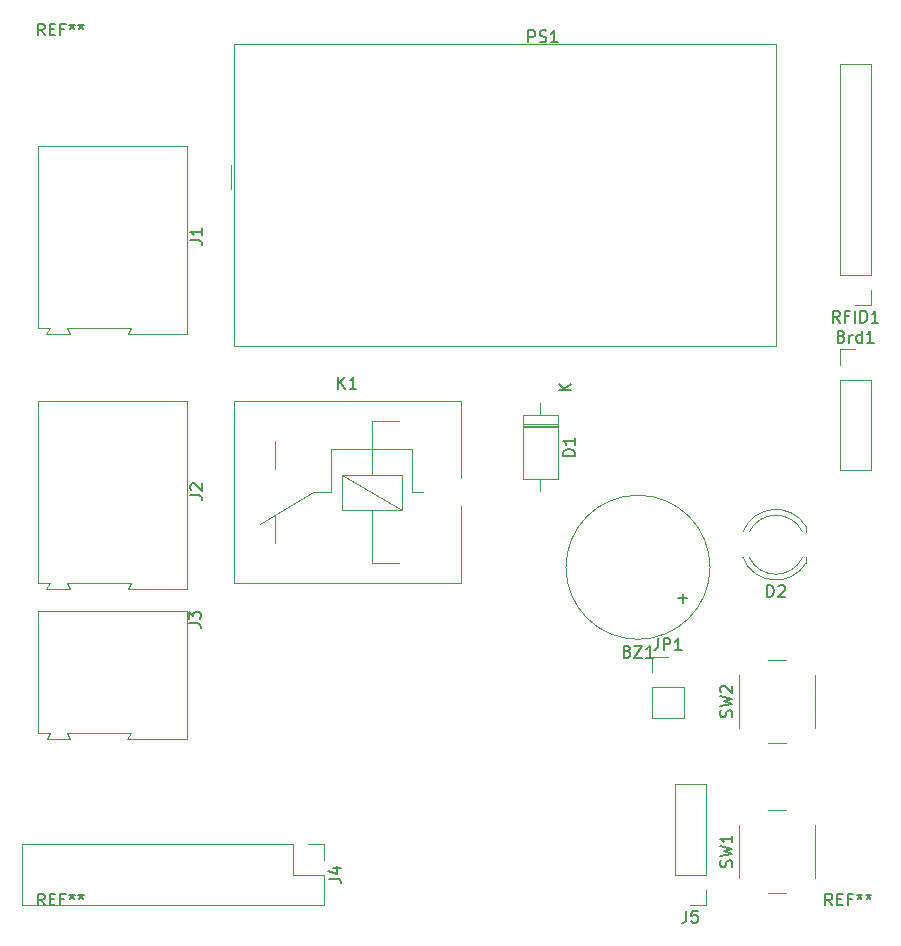
<source format=gbr>
%TF.GenerationSoftware,KiCad,Pcbnew,5.99.0+really5.1.9+dfsg1-1*%
%TF.CreationDate,2021-04-26T13:39:29+03:00*%
%TF.ProjectId,accessController,61636365-7373-4436-9f6e-74726f6c6c65,rev?*%
%TF.SameCoordinates,Original*%
%TF.FileFunction,Legend,Top*%
%TF.FilePolarity,Positive*%
%FSLAX46Y46*%
G04 Gerber Fmt 4.6, Leading zero omitted, Abs format (unit mm)*
G04 Created by KiCad (PCBNEW 5.99.0+really5.1.9+dfsg1-1) date 2021-04-26 13:39:29*
%MOMM*%
%LPD*%
G01*
G04 APERTURE LIST*
%ADD10C,0.120000*%
%ADD11C,0.150000*%
G04 APERTURE END LIST*
D10*
%TO.C,BZ1*%
X140730000Y-91440000D02*
G75*
G03*
X140730000Y-91440000I-6100000J0D01*
G01*
%TO.C,D1*%
X127835000Y-79340000D02*
X124895000Y-79340000D01*
X127835000Y-79580000D02*
X124895000Y-79580000D01*
X127835000Y-79460000D02*
X124895000Y-79460000D01*
X126365000Y-85020000D02*
X126365000Y-84000000D01*
X126365000Y-77540000D02*
X126365000Y-78560000D01*
X127835000Y-84000000D02*
X127835000Y-78560000D01*
X124895000Y-84000000D02*
X127835000Y-84000000D01*
X124895000Y-78560000D02*
X124895000Y-84000000D01*
X127835000Y-78560000D02*
X124895000Y-78560000D01*
%TO.C,D2*%
X148864000Y-88455000D02*
X148864000Y-87990000D01*
X148864000Y-91080000D02*
X148864000Y-90615000D01*
X143516185Y-90615827D02*
G75*
G03*
X148864000Y-91079830I2787815J1080827D01*
G01*
X143516185Y-88454173D02*
G75*
G02*
X148864000Y-87990170I2787815J-1080827D01*
G01*
X144049521Y-90615429D02*
G75*
G03*
X148558684Y-90615000I2254479J1080429D01*
G01*
X144049521Y-88454571D02*
G75*
G02*
X148558684Y-88455000I2254479J-1080429D01*
G01*
%TO.C,J1*%
X96470000Y-71670000D02*
X96470000Y-55770000D01*
X91420000Y-71670000D02*
X96470000Y-71670000D01*
X91670000Y-71170000D02*
X91420000Y-71670000D01*
X86270000Y-71170000D02*
X91670000Y-71170000D01*
X86520000Y-71670000D02*
X86270000Y-71170000D01*
X84520000Y-71670000D02*
X86520000Y-71670000D01*
X84820000Y-71170000D02*
X84520000Y-71670000D01*
X83870000Y-71170000D02*
X84820000Y-71170000D01*
X83870000Y-55770000D02*
X83870000Y-71170000D01*
X96470000Y-55770000D02*
X83870000Y-55770000D01*
%TO.C,J2*%
X96470000Y-77360000D02*
X83870000Y-77360000D01*
X83870000Y-77360000D02*
X83870000Y-92760000D01*
X83870000Y-92760000D02*
X84820000Y-92760000D01*
X84820000Y-92760000D02*
X84520000Y-93260000D01*
X84520000Y-93260000D02*
X86520000Y-93260000D01*
X86520000Y-93260000D02*
X86270000Y-92760000D01*
X86270000Y-92760000D02*
X91670000Y-92760000D01*
X91670000Y-92760000D02*
X91420000Y-93260000D01*
X91420000Y-93260000D02*
X96470000Y-93260000D01*
X96470000Y-93260000D02*
X96470000Y-77360000D01*
%TO.C,J3*%
X96470000Y-105990000D02*
X96470000Y-95140000D01*
X91370000Y-105990000D02*
X96470000Y-105990000D01*
X91670000Y-105490000D02*
X91370000Y-105990000D01*
X86270000Y-105490000D02*
X91670000Y-105490000D01*
X86520000Y-105990000D02*
X86270000Y-105490000D01*
X86470000Y-105990000D02*
X86520000Y-105990000D01*
X84570000Y-105990000D02*
X86470000Y-105990000D01*
X84820000Y-105490000D02*
X84570000Y-105990000D01*
X83870000Y-105490000D02*
X84820000Y-105490000D01*
X83870000Y-95140000D02*
X83870000Y-105490000D01*
X96470000Y-95140000D02*
X83870000Y-95140000D01*
%TO.C,PS1*%
X100440000Y-47120000D02*
X100440000Y-72720000D01*
X100440000Y-72720000D02*
X146340000Y-72720000D01*
X100440000Y-47120000D02*
X146340000Y-47120000D01*
X146340000Y-47120000D02*
X146340000Y-72720000D01*
X100140000Y-57420000D02*
X100140000Y-59420000D01*
%TO.C,SW1*%
X149645000Y-117745000D02*
X149645000Y-113245000D01*
X145645000Y-118995000D02*
X147145000Y-118995000D01*
X143145000Y-113245000D02*
X143145000Y-117745000D01*
X147145000Y-111995000D02*
X145645000Y-111995000D01*
%TO.C,SW2*%
X147145000Y-99295000D02*
X145645000Y-99295000D01*
X143145000Y-100545000D02*
X143145000Y-105045000D01*
X145645000Y-106295000D02*
X147145000Y-106295000D01*
X149645000Y-105045000D02*
X149645000Y-100545000D01*
%TO.C,K1*%
X119610000Y-83890000D02*
X119610000Y-77390000D01*
X119610000Y-92790000D02*
X119610000Y-86290000D01*
X119610000Y-92790000D02*
X100410000Y-92790000D01*
X100410000Y-92790000D02*
X100410000Y-77390000D01*
X100410000Y-77390000D02*
X119610000Y-77390000D01*
X103910000Y-80790000D02*
X103910000Y-83090000D01*
X103910000Y-89390000D02*
X103910000Y-87090000D01*
X114410000Y-79090000D02*
X112110000Y-79090000D01*
X115510000Y-85090000D02*
X116410000Y-85090000D01*
X112110000Y-91090000D02*
X114410000Y-91090000D01*
X108610000Y-85090000D02*
X107110000Y-85090000D01*
X107110000Y-85090000D02*
X102610000Y-87790000D01*
X108610000Y-81390000D02*
X115510000Y-81390000D01*
X108610000Y-85090000D02*
X108610000Y-81390000D01*
X115510000Y-85090000D02*
X115510000Y-81390000D01*
X112110000Y-91090000D02*
X112110000Y-86590000D01*
X112110000Y-83590000D02*
X112110000Y-79090000D01*
X109610000Y-83590000D02*
X114610000Y-86590000D01*
X114610000Y-83590000D02*
X114610000Y-86590000D01*
X114610000Y-86590000D02*
X109610000Y-86590000D01*
X109610000Y-86590000D02*
X109610000Y-83590000D01*
X109610000Y-83590000D02*
X114610000Y-83590000D01*
%TO.C,Brd1*%
X151705000Y-83245000D02*
X154365000Y-83245000D01*
X151705000Y-75565000D02*
X151705000Y-83245000D01*
X154365000Y-75565000D02*
X154365000Y-83245000D01*
X151705000Y-75565000D02*
X154365000Y-75565000D01*
X151705000Y-74295000D02*
X151705000Y-72965000D01*
X151705000Y-72965000D02*
X153035000Y-72965000D01*
%TO.C,J4*%
X82490000Y-114875000D02*
X82490000Y-120075000D01*
X105410000Y-114875000D02*
X82490000Y-114875000D01*
X108010000Y-120075000D02*
X82490000Y-120075000D01*
X105410000Y-114875000D02*
X105410000Y-117475000D01*
X105410000Y-117475000D02*
X108010000Y-117475000D01*
X108010000Y-117475000D02*
X108010000Y-120075000D01*
X106680000Y-114875000D02*
X108010000Y-114875000D01*
X108010000Y-114875000D02*
X108010000Y-116205000D01*
%TO.C,J5*%
X140395000Y-120075000D02*
X139065000Y-120075000D01*
X140395000Y-118745000D02*
X140395000Y-120075000D01*
X140395000Y-117475000D02*
X137735000Y-117475000D01*
X137735000Y-117475000D02*
X137735000Y-109795000D01*
X140395000Y-117475000D02*
X140395000Y-109795000D01*
X140395000Y-109795000D02*
X137735000Y-109795000D01*
%TO.C,JP1*%
X135830000Y-104200000D02*
X138490000Y-104200000D01*
X135830000Y-101600000D02*
X135830000Y-104200000D01*
X138490000Y-101600000D02*
X138490000Y-104200000D01*
X135830000Y-101600000D02*
X138490000Y-101600000D01*
X135830000Y-100330000D02*
X135830000Y-99000000D01*
X135830000Y-99000000D02*
X137160000Y-99000000D01*
%TO.C,RFID1*%
X154365000Y-48835000D02*
X151705000Y-48835000D01*
X154365000Y-66675000D02*
X154365000Y-48835000D01*
X151705000Y-66675000D02*
X151705000Y-48835000D01*
X154365000Y-66675000D02*
X151705000Y-66675000D01*
X154365000Y-67945000D02*
X154365000Y-69275000D01*
X154365000Y-69275000D02*
X153035000Y-69275000D01*
%TO.C,REF\u002A\u002A*%
D11*
X151066666Y-120077380D02*
X150733333Y-119601190D01*
X150495238Y-120077380D02*
X150495238Y-119077380D01*
X150876190Y-119077380D01*
X150971428Y-119125000D01*
X151019047Y-119172619D01*
X151066666Y-119267857D01*
X151066666Y-119410714D01*
X151019047Y-119505952D01*
X150971428Y-119553571D01*
X150876190Y-119601190D01*
X150495238Y-119601190D01*
X151495238Y-119553571D02*
X151828571Y-119553571D01*
X151971428Y-120077380D02*
X151495238Y-120077380D01*
X151495238Y-119077380D01*
X151971428Y-119077380D01*
X152733333Y-119553571D02*
X152400000Y-119553571D01*
X152400000Y-120077380D02*
X152400000Y-119077380D01*
X152876190Y-119077380D01*
X153400000Y-119077380D02*
X153400000Y-119315476D01*
X153161904Y-119220238D02*
X153400000Y-119315476D01*
X153638095Y-119220238D01*
X153257142Y-119505952D02*
X153400000Y-119315476D01*
X153542857Y-119505952D01*
X154161904Y-119077380D02*
X154161904Y-119315476D01*
X153923809Y-119220238D02*
X154161904Y-119315476D01*
X154400000Y-119220238D01*
X154019047Y-119505952D02*
X154161904Y-119315476D01*
X154304761Y-119505952D01*
X84391666Y-120077380D02*
X84058333Y-119601190D01*
X83820238Y-120077380D02*
X83820238Y-119077380D01*
X84201190Y-119077380D01*
X84296428Y-119125000D01*
X84344047Y-119172619D01*
X84391666Y-119267857D01*
X84391666Y-119410714D01*
X84344047Y-119505952D01*
X84296428Y-119553571D01*
X84201190Y-119601190D01*
X83820238Y-119601190D01*
X84820238Y-119553571D02*
X85153571Y-119553571D01*
X85296428Y-120077380D02*
X84820238Y-120077380D01*
X84820238Y-119077380D01*
X85296428Y-119077380D01*
X86058333Y-119553571D02*
X85725000Y-119553571D01*
X85725000Y-120077380D02*
X85725000Y-119077380D01*
X86201190Y-119077380D01*
X86725000Y-119077380D02*
X86725000Y-119315476D01*
X86486904Y-119220238D02*
X86725000Y-119315476D01*
X86963095Y-119220238D01*
X86582142Y-119505952D02*
X86725000Y-119315476D01*
X86867857Y-119505952D01*
X87486904Y-119077380D02*
X87486904Y-119315476D01*
X87248809Y-119220238D02*
X87486904Y-119315476D01*
X87725000Y-119220238D01*
X87344047Y-119505952D02*
X87486904Y-119315476D01*
X87629761Y-119505952D01*
X84391666Y-46417380D02*
X84058333Y-45941190D01*
X83820238Y-46417380D02*
X83820238Y-45417380D01*
X84201190Y-45417380D01*
X84296428Y-45465000D01*
X84344047Y-45512619D01*
X84391666Y-45607857D01*
X84391666Y-45750714D01*
X84344047Y-45845952D01*
X84296428Y-45893571D01*
X84201190Y-45941190D01*
X83820238Y-45941190D01*
X84820238Y-45893571D02*
X85153571Y-45893571D01*
X85296428Y-46417380D02*
X84820238Y-46417380D01*
X84820238Y-45417380D01*
X85296428Y-45417380D01*
X86058333Y-45893571D02*
X85725000Y-45893571D01*
X85725000Y-46417380D02*
X85725000Y-45417380D01*
X86201190Y-45417380D01*
X86725000Y-45417380D02*
X86725000Y-45655476D01*
X86486904Y-45560238D02*
X86725000Y-45655476D01*
X86963095Y-45560238D01*
X86582142Y-45845952D02*
X86725000Y-45655476D01*
X86867857Y-45845952D01*
X87486904Y-45417380D02*
X87486904Y-45655476D01*
X87248809Y-45560238D02*
X87486904Y-45655476D01*
X87725000Y-45560238D01*
X87344047Y-45845952D02*
X87486904Y-45655476D01*
X87629761Y-45845952D01*
%TO.C,BZ1*%
X133749047Y-98568571D02*
X133891904Y-98616190D01*
X133939523Y-98663809D01*
X133987142Y-98759047D01*
X133987142Y-98901904D01*
X133939523Y-98997142D01*
X133891904Y-99044761D01*
X133796666Y-99092380D01*
X133415714Y-99092380D01*
X133415714Y-98092380D01*
X133749047Y-98092380D01*
X133844285Y-98140000D01*
X133891904Y-98187619D01*
X133939523Y-98282857D01*
X133939523Y-98378095D01*
X133891904Y-98473333D01*
X133844285Y-98520952D01*
X133749047Y-98568571D01*
X133415714Y-98568571D01*
X134320476Y-98092380D02*
X134987142Y-98092380D01*
X134320476Y-99092380D01*
X134987142Y-99092380D01*
X135891904Y-99092380D02*
X135320476Y-99092380D01*
X135606190Y-99092380D02*
X135606190Y-98092380D01*
X135510952Y-98235238D01*
X135415714Y-98330476D01*
X135320476Y-98378095D01*
X138059047Y-94051428D02*
X138820952Y-94051428D01*
X138440000Y-94432380D02*
X138440000Y-93670476D01*
%TO.C,D1*%
X129287380Y-82018095D02*
X128287380Y-82018095D01*
X128287380Y-81780000D01*
X128335000Y-81637142D01*
X128430238Y-81541904D01*
X128525476Y-81494285D01*
X128715952Y-81446666D01*
X128858809Y-81446666D01*
X129049285Y-81494285D01*
X129144523Y-81541904D01*
X129239761Y-81637142D01*
X129287380Y-81780000D01*
X129287380Y-82018095D01*
X129287380Y-80494285D02*
X129287380Y-81065714D01*
X129287380Y-80780000D02*
X128287380Y-80780000D01*
X128430238Y-80875238D01*
X128525476Y-80970476D01*
X128573095Y-81065714D01*
X128917380Y-76461904D02*
X127917380Y-76461904D01*
X128917380Y-75890476D02*
X128345952Y-76319047D01*
X127917380Y-75890476D02*
X128488809Y-76461904D01*
%TO.C,D2*%
X145565904Y-93947380D02*
X145565904Y-92947380D01*
X145804000Y-92947380D01*
X145946857Y-92995000D01*
X146042095Y-93090238D01*
X146089714Y-93185476D01*
X146137333Y-93375952D01*
X146137333Y-93518809D01*
X146089714Y-93709285D01*
X146042095Y-93804523D01*
X145946857Y-93899761D01*
X145804000Y-93947380D01*
X145565904Y-93947380D01*
X146518285Y-93042619D02*
X146565904Y-92995000D01*
X146661142Y-92947380D01*
X146899238Y-92947380D01*
X146994476Y-92995000D01*
X147042095Y-93042619D01*
X147089714Y-93137857D01*
X147089714Y-93233095D01*
X147042095Y-93375952D01*
X146470666Y-93947380D01*
X147089714Y-93947380D01*
%TO.C,J1*%
X96722380Y-63753333D02*
X97436666Y-63753333D01*
X97579523Y-63800952D01*
X97674761Y-63896190D01*
X97722380Y-64039047D01*
X97722380Y-64134285D01*
X97722380Y-62753333D02*
X97722380Y-63324761D01*
X97722380Y-63039047D02*
X96722380Y-63039047D01*
X96865238Y-63134285D01*
X96960476Y-63229523D01*
X97008095Y-63324761D01*
%TO.C,J2*%
X96722380Y-85343333D02*
X97436666Y-85343333D01*
X97579523Y-85390952D01*
X97674761Y-85486190D01*
X97722380Y-85629047D01*
X97722380Y-85724285D01*
X96817619Y-84914761D02*
X96770000Y-84867142D01*
X96722380Y-84771904D01*
X96722380Y-84533809D01*
X96770000Y-84438571D01*
X96817619Y-84390952D01*
X96912857Y-84343333D01*
X97008095Y-84343333D01*
X97150952Y-84390952D01*
X97722380Y-84962380D01*
X97722380Y-84343333D01*
%TO.C,J3*%
X96612380Y-96203333D02*
X97326666Y-96203333D01*
X97469523Y-96250952D01*
X97564761Y-96346190D01*
X97612380Y-96489047D01*
X97612380Y-96584285D01*
X96612380Y-95822380D02*
X96612380Y-95203333D01*
X96993333Y-95536666D01*
X96993333Y-95393809D01*
X97040952Y-95298571D01*
X97088571Y-95250952D01*
X97183809Y-95203333D01*
X97421904Y-95203333D01*
X97517142Y-95250952D01*
X97564761Y-95298571D01*
X97612380Y-95393809D01*
X97612380Y-95679523D01*
X97564761Y-95774761D01*
X97517142Y-95822380D01*
%TO.C,PS1*%
X125345714Y-46992380D02*
X125345714Y-45992380D01*
X125726666Y-45992380D01*
X125821904Y-46040000D01*
X125869523Y-46087619D01*
X125917142Y-46182857D01*
X125917142Y-46325714D01*
X125869523Y-46420952D01*
X125821904Y-46468571D01*
X125726666Y-46516190D01*
X125345714Y-46516190D01*
X126298095Y-46944761D02*
X126440952Y-46992380D01*
X126679047Y-46992380D01*
X126774285Y-46944761D01*
X126821904Y-46897142D01*
X126869523Y-46801904D01*
X126869523Y-46706666D01*
X126821904Y-46611428D01*
X126774285Y-46563809D01*
X126679047Y-46516190D01*
X126488571Y-46468571D01*
X126393333Y-46420952D01*
X126345714Y-46373333D01*
X126298095Y-46278095D01*
X126298095Y-46182857D01*
X126345714Y-46087619D01*
X126393333Y-46040000D01*
X126488571Y-45992380D01*
X126726666Y-45992380D01*
X126869523Y-46040000D01*
X127821904Y-46992380D02*
X127250476Y-46992380D01*
X127536190Y-46992380D02*
X127536190Y-45992380D01*
X127440952Y-46135238D01*
X127345714Y-46230476D01*
X127250476Y-46278095D01*
%TO.C,SW1*%
X142549761Y-116828333D02*
X142597380Y-116685476D01*
X142597380Y-116447380D01*
X142549761Y-116352142D01*
X142502142Y-116304523D01*
X142406904Y-116256904D01*
X142311666Y-116256904D01*
X142216428Y-116304523D01*
X142168809Y-116352142D01*
X142121190Y-116447380D01*
X142073571Y-116637857D01*
X142025952Y-116733095D01*
X141978333Y-116780714D01*
X141883095Y-116828333D01*
X141787857Y-116828333D01*
X141692619Y-116780714D01*
X141645000Y-116733095D01*
X141597380Y-116637857D01*
X141597380Y-116399761D01*
X141645000Y-116256904D01*
X141597380Y-115923571D02*
X142597380Y-115685476D01*
X141883095Y-115495000D01*
X142597380Y-115304523D01*
X141597380Y-115066428D01*
X142597380Y-114161666D02*
X142597380Y-114733095D01*
X142597380Y-114447380D02*
X141597380Y-114447380D01*
X141740238Y-114542619D01*
X141835476Y-114637857D01*
X141883095Y-114733095D01*
%TO.C,SW2*%
X142549761Y-104128333D02*
X142597380Y-103985476D01*
X142597380Y-103747380D01*
X142549761Y-103652142D01*
X142502142Y-103604523D01*
X142406904Y-103556904D01*
X142311666Y-103556904D01*
X142216428Y-103604523D01*
X142168809Y-103652142D01*
X142121190Y-103747380D01*
X142073571Y-103937857D01*
X142025952Y-104033095D01*
X141978333Y-104080714D01*
X141883095Y-104128333D01*
X141787857Y-104128333D01*
X141692619Y-104080714D01*
X141645000Y-104033095D01*
X141597380Y-103937857D01*
X141597380Y-103699761D01*
X141645000Y-103556904D01*
X141597380Y-103223571D02*
X142597380Y-102985476D01*
X141883095Y-102795000D01*
X142597380Y-102604523D01*
X141597380Y-102366428D01*
X141692619Y-102033095D02*
X141645000Y-101985476D01*
X141597380Y-101890238D01*
X141597380Y-101652142D01*
X141645000Y-101556904D01*
X141692619Y-101509285D01*
X141787857Y-101461666D01*
X141883095Y-101461666D01*
X142025952Y-101509285D01*
X142597380Y-102080714D01*
X142597380Y-101461666D01*
%TO.C,K1*%
X109271904Y-76342380D02*
X109271904Y-75342380D01*
X109843333Y-76342380D02*
X109414761Y-75770952D01*
X109843333Y-75342380D02*
X109271904Y-75913809D01*
X110795714Y-76342380D02*
X110224285Y-76342380D01*
X110510000Y-76342380D02*
X110510000Y-75342380D01*
X110414761Y-75485238D01*
X110319523Y-75580476D01*
X110224285Y-75628095D01*
%TO.C,Brd1*%
X151868333Y-71893571D02*
X152011190Y-71941190D01*
X152058809Y-71988809D01*
X152106428Y-72084047D01*
X152106428Y-72226904D01*
X152058809Y-72322142D01*
X152011190Y-72369761D01*
X151915952Y-72417380D01*
X151535000Y-72417380D01*
X151535000Y-71417380D01*
X151868333Y-71417380D01*
X151963571Y-71465000D01*
X152011190Y-71512619D01*
X152058809Y-71607857D01*
X152058809Y-71703095D01*
X152011190Y-71798333D01*
X151963571Y-71845952D01*
X151868333Y-71893571D01*
X151535000Y-71893571D01*
X152535000Y-72417380D02*
X152535000Y-71750714D01*
X152535000Y-71941190D02*
X152582619Y-71845952D01*
X152630238Y-71798333D01*
X152725476Y-71750714D01*
X152820714Y-71750714D01*
X153582619Y-72417380D02*
X153582619Y-71417380D01*
X153582619Y-72369761D02*
X153487380Y-72417380D01*
X153296904Y-72417380D01*
X153201666Y-72369761D01*
X153154047Y-72322142D01*
X153106428Y-72226904D01*
X153106428Y-71941190D01*
X153154047Y-71845952D01*
X153201666Y-71798333D01*
X153296904Y-71750714D01*
X153487380Y-71750714D01*
X153582619Y-71798333D01*
X154582619Y-72417380D02*
X154011190Y-72417380D01*
X154296904Y-72417380D02*
X154296904Y-71417380D01*
X154201666Y-71560238D01*
X154106428Y-71655476D01*
X154011190Y-71703095D01*
%TO.C,J4*%
X108462380Y-117808333D02*
X109176666Y-117808333D01*
X109319523Y-117855952D01*
X109414761Y-117951190D01*
X109462380Y-118094047D01*
X109462380Y-118189285D01*
X108795714Y-116903571D02*
X109462380Y-116903571D01*
X108414761Y-117141666D02*
X109129047Y-117379761D01*
X109129047Y-116760714D01*
%TO.C,J5*%
X138731666Y-120527380D02*
X138731666Y-121241666D01*
X138684047Y-121384523D01*
X138588809Y-121479761D01*
X138445952Y-121527380D01*
X138350714Y-121527380D01*
X139684047Y-120527380D02*
X139207857Y-120527380D01*
X139160238Y-121003571D01*
X139207857Y-120955952D01*
X139303095Y-120908333D01*
X139541190Y-120908333D01*
X139636428Y-120955952D01*
X139684047Y-121003571D01*
X139731666Y-121098809D01*
X139731666Y-121336904D01*
X139684047Y-121432142D01*
X139636428Y-121479761D01*
X139541190Y-121527380D01*
X139303095Y-121527380D01*
X139207857Y-121479761D01*
X139160238Y-121432142D01*
%TO.C,JP1*%
X136326666Y-97452380D02*
X136326666Y-98166666D01*
X136279047Y-98309523D01*
X136183809Y-98404761D01*
X136040952Y-98452380D01*
X135945714Y-98452380D01*
X136802857Y-98452380D02*
X136802857Y-97452380D01*
X137183809Y-97452380D01*
X137279047Y-97500000D01*
X137326666Y-97547619D01*
X137374285Y-97642857D01*
X137374285Y-97785714D01*
X137326666Y-97880952D01*
X137279047Y-97928571D01*
X137183809Y-97976190D01*
X136802857Y-97976190D01*
X138326666Y-98452380D02*
X137755238Y-98452380D01*
X138040952Y-98452380D02*
X138040952Y-97452380D01*
X137945714Y-97595238D01*
X137850476Y-97690476D01*
X137755238Y-97738095D01*
%TO.C,RFID1*%
X151701666Y-70727380D02*
X151368333Y-70251190D01*
X151130238Y-70727380D02*
X151130238Y-69727380D01*
X151511190Y-69727380D01*
X151606428Y-69775000D01*
X151654047Y-69822619D01*
X151701666Y-69917857D01*
X151701666Y-70060714D01*
X151654047Y-70155952D01*
X151606428Y-70203571D01*
X151511190Y-70251190D01*
X151130238Y-70251190D01*
X152463571Y-70203571D02*
X152130238Y-70203571D01*
X152130238Y-70727380D02*
X152130238Y-69727380D01*
X152606428Y-69727380D01*
X152987380Y-70727380D02*
X152987380Y-69727380D01*
X153463571Y-70727380D02*
X153463571Y-69727380D01*
X153701666Y-69727380D01*
X153844523Y-69775000D01*
X153939761Y-69870238D01*
X153987380Y-69965476D01*
X154035000Y-70155952D01*
X154035000Y-70298809D01*
X153987380Y-70489285D01*
X153939761Y-70584523D01*
X153844523Y-70679761D01*
X153701666Y-70727380D01*
X153463571Y-70727380D01*
X154987380Y-70727380D02*
X154415952Y-70727380D01*
X154701666Y-70727380D02*
X154701666Y-69727380D01*
X154606428Y-69870238D01*
X154511190Y-69965476D01*
X154415952Y-70013095D01*
%TD*%
M02*

</source>
